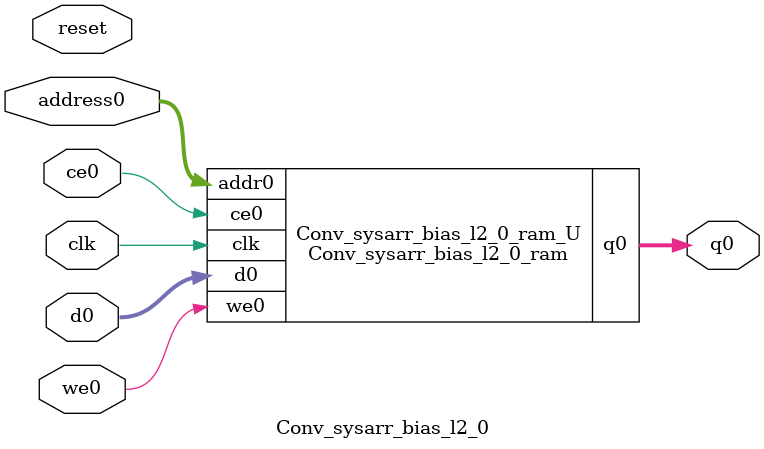
<source format=v>
`timescale 1 ns / 1 ps
module Conv_sysarr_bias_l2_0_ram (addr0, ce0, d0, we0, q0,  clk);

parameter DWIDTH = 8;
parameter AWIDTH = 9;
parameter MEM_SIZE = 512;

input[AWIDTH-1:0] addr0;
input ce0;
input[DWIDTH-1:0] d0;
input we0;
output reg[DWIDTH-1:0] q0;
input clk;

(* ram_style = "block" *)reg [DWIDTH-1:0] ram[0:MEM_SIZE-1];




always @(posedge clk)  
begin 
    if (ce0) begin
        if (we0) 
            ram[addr0] <= d0; 
        q0 <= ram[addr0];
    end
end


endmodule

`timescale 1 ns / 1 ps
module Conv_sysarr_bias_l2_0(
    reset,
    clk,
    address0,
    ce0,
    we0,
    d0,
    q0);

parameter DataWidth = 32'd8;
parameter AddressRange = 32'd512;
parameter AddressWidth = 32'd9;
input reset;
input clk;
input[AddressWidth - 1:0] address0;
input ce0;
input we0;
input[DataWidth - 1:0] d0;
output[DataWidth - 1:0] q0;



Conv_sysarr_bias_l2_0_ram Conv_sysarr_bias_l2_0_ram_U(
    .clk( clk ),
    .addr0( address0 ),
    .ce0( ce0 ),
    .we0( we0 ),
    .d0( d0 ),
    .q0( q0 ));

endmodule


</source>
